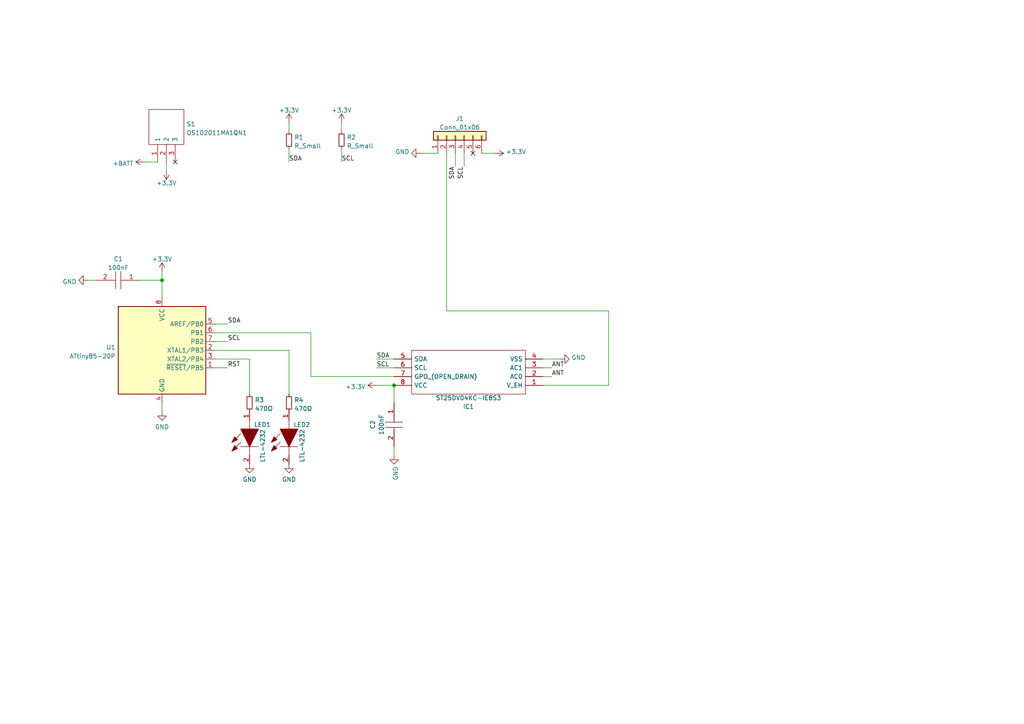
<source format=kicad_sch>
(kicad_sch (version 20211123) (generator eeschema)
  (paper "A4")
  (lib_symbols
    (symbol "Connector_Generic:Conn_01x06" (pin_names (offset 1.016) hide)
      (property "Reference" "J" (at 0 7.62 0))
      (property "Value" "Conn_01x06" (at 0 -10.16 0))
      (symbol "Conn_01x06_1_1"
        (rectangle (start -1.27 -7.493) (end 0 -7.747) (stroke (width 0.1524)))
        (rectangle (start -1.27 -4.953) (end 0 -5.207) (stroke (width 0.1524)))
        (rectangle (start -1.27 -2.413) (end 0 -2.667) (stroke (width 0.1524)))
        (rectangle (start -1.27 0.127) (end 0 -0.127) (stroke (width 0.1524)))
        (rectangle (start -1.27 2.667) (end 0 2.413) (stroke (width 0.1524)))
        (rectangle (start -1.27 5.207) (end 0 4.953) (stroke (width 0.1524)))
        (rectangle (start -1.27 6.35) (end 1.27 -8.89) (stroke (width 0.254)) (fill (type background)))
        (pin passive line (at -5.08 5.08 0) (length 3.81) (name "Pin_1") (number "1"))
        (pin passive line (at -5.08 2.54 0) (length 3.81) (name "Pin_2") (number "2"))
        (pin passive line (at -5.08 0 0) (length 3.81) (name "Pin_3") (number "3"))
        (pin passive line (at -5.08 -2.54 0) (length 3.81) (name "Pin_4") (number "4"))
        (pin passive line (at -5.08 -5.08 0) (length 3.81) (name "Pin_5") (number "5"))
        (pin passive line (at -5.08 -7.62 0) (length 3.81) (name "Pin_6") (number "6"))
      )
    )
    (symbol "Device:R_Small" (pin_numbers hide) (pin_names (offset 0.254) hide)
      (property "Reference" "R" (at 0.762 0.508 0))
      (property "Value" "R_Small" (at 0.762 -1.016 0))
      (symbol "R_Small_0_1"
        (rectangle (start -0.762 1.778) (end 0.762 -1.778) (stroke (width 0.2032)))
      )
      (symbol "R_Small_1_1"
        (pin passive line (at 0 2.54 270) (length 0.762) (name "~") (number "1"))
        (pin passive line (at 0 -2.54 90) (length 0.762) (name "~") (number "2"))
      )
    )
    (symbol "K104K15X7RF5TH5:K104K15X7RF5TH5" (pin_names (offset 0.762))
      (property "Reference" "C" (at 8.89 6.35 0))
      (property "Value" "K104K15X7RF5TH5" (at 8.89 3.81 0))
      (symbol "K104K15X7RF5TH5_0_0"
        (pin passive line (at 0 0 0) (length 5.08) (name "~") (number "1"))
        (pin passive line (at 12.7 0 180) (length 5.08) (name "~") (number "2"))
      )
      (symbol "K104K15X7RF5TH5_0_1"
        (polyline (pts (xy 5.08 0) (xy 5.588 0)) (stroke (width 0.1524)))
        (polyline (pts (xy 5.588 2.54) (xy 5.588 -2.54)) (stroke (width 0.1524)))
        (polyline (pts (xy 7.112 0) (xy 7.62 0)) (stroke (width 0.1524)))
        (polyline (pts (xy 7.112 2.54) (xy 7.112 -2.54)) (stroke (width 0.1524)))
      )
    )
    (symbol "LTL-4232:LTL-4232" (pin_names (offset 0.762))
      (property "Reference" "LED" (at 12.7 8.89 0))
      (property "Value" "LTL-4232" (at 12.7 6.35 0))
      (symbol "LTL-4232_0_0"
        (pin passive line (at 15.24 0 180) (length 2.54) (name "~") (number "1"))
        (pin passive line (at 0 0 0) (length 2.54) (name "~") (number "2"))
      )
      (symbol "LTL-4232_0_1"
        (polyline (pts (xy 2.54 0) (xy 5.08 0)) (stroke (width 0.1524)))
        (polyline (pts (xy 5.08 2.54) (xy 5.08 -2.54)) (stroke (width 0.1524)))
        (polyline (pts (xy 6.35 2.54) (xy 3.81 5.08)) (stroke (width 0.1524)))
        (polyline (pts (xy 8.89 2.54) (xy 6.35 5.08)) (stroke (width 0.1524)))
        (polyline (pts (xy 10.16 0) (xy 12.7 0)) (stroke (width 0.1524)))
        (polyline (pts (xy 5.08 0) (xy 10.16 2.54) (xy 10.16 -2.54) (xy 5.08 0)) (stroke (width 0.254)) (fill (type outline)))
        (polyline (pts (xy 5.334 4.318) (xy 4.572 3.556) (xy 3.81 5.08) (xy 5.334 4.318)) (stroke (width 0.254)) (fill (type outline)))
        (polyline (pts (xy 7.874 4.318) (xy 7.112 3.556) (xy 6.35 5.08) (xy 7.874 4.318)) (stroke (width 0.254)) (fill (type outline)))
      )
    )
    (symbol "MCU_Microchip_ATtiny:ATtiny85-20P"
      (property "Reference" "U" (at -12.7 13.97 0))
      (property "Value" "ATtiny85-20P" (at 2.54 -13.97 0))
      (symbol "ATtiny85-20P_0_1"
        (rectangle (start -12.7 -12.7) (end 12.7 12.7) (stroke (width 0.254)) (fill (type background)))
      )
      (symbol "ATtiny85-20P_1_1"
        (pin bidirectional line (at 15.24 -5.08 180) (length 2.54) (name "~{RESET}/PB5") (number "1"))
        (pin bidirectional line (at 15.24 0 180) (length 2.54) (name "XTAL1/PB3") (number "2"))
        (pin bidirectional line (at 15.24 -2.54 180) (length 2.54) (name "XTAL2/PB4") (number "3"))
        (pin power_in line (at 0 -15.24 90) (length 2.54) (name "GND") (number "4"))
        (pin bidirectional line (at 15.24 7.62 180) (length 2.54) (name "AREF/PB0") (number "5"))
        (pin bidirectional line (at 15.24 5.08 180) (length 2.54) (name "PB1") (number "6"))
        (pin bidirectional line (at 15.24 2.54 180) (length 2.54) (name "PB2") (number "7"))
        (pin power_in line (at 0 15.24 270) (length 2.54) (name "VCC") (number "8"))
      )
    )
    (symbol "OS102011MA1QN1:OS102011MA1QN1" (pin_names (offset 0.762))
      (property "Reference" "S" (at 8.89 20.32 0))
      (property "Value" "OS102011MA1QN1" (at 8.89 17.78 0))
      (symbol "OS102011MA1QN1_0_0"
        (pin passive line (at 0 0 90) (length 5.08) (name "1") (number "1"))
        (pin passive line (at 2.54 0 90) (length 5.08) (name "2") (number "2"))
        (pin passive line (at 5.08 0 90) (length 5.08) (name "3") (number "3"))
      )
      (symbol "OS102011MA1QN1_0_1"
        (polyline (pts (xy -2.54 15.24) (xy 7.62 15.24) (xy 7.62 5.08) (xy -2.54 5.08) (xy -2.54 15.24)) (stroke (width 0.1524)))
      )
    )
    (symbol "ST25DV04KC-IE8S3:ST25DV04KC-IE8S3" (pin_names (offset 0.762))
      (property "Reference" "IC" (at 39.37 7.62 0))
      (property "Value" "ST25DV04KC-IE8S3" (at 39.37 5.08 0))
      (symbol "ST25DV04KC-IE8S3_0_0"
        (pin passive line (at 0 0 0) (length 5.08) (name "V_EH") (number "1"))
        (pin passive line (at 0 -2.54 0) (length 5.08) (name "AC0") (number "2"))
        (pin passive line (at 0 -5.08 0) (length 5.08) (name "AC1") (number "3"))
        (pin passive line (at 0 -7.62 0) (length 5.08) (name "VSS") (number "4"))
        (pin passive line (at 43.18 -7.62 180) (length 5.08) (name "SDA") (number "5"))
        (pin passive line (at 43.18 -5.08 180) (length 5.08) (name "SCL") (number "6"))
        (pin passive line (at 43.18 -2.54 180) (length 5.08) (name "GPO_(OPEN_DRAIN)") (number "7"))
        (pin passive line (at 43.18 0 180) (length 5.08) (name "VCC") (number "8"))
      )
      (symbol "ST25DV04KC-IE8S3_0_1"
        (polyline (pts (xy 5.08 2.54) (xy 38.1 2.54) (xy 38.1 -10.16) (xy 5.08 -10.16) (xy 5.08 2.54)) (stroke (width 0.1524)))
      )
    )
    (symbol "power:+3.3V" (power) (pin_names (offset 0))
      (property "Value" "+3.3V" (at 0 3.556 0))
      (symbol "+3.3V_0_1"
        (polyline (pts (xy -0.762 1.27) (xy 0 2.54)))
        (polyline (pts (xy 0 0) (xy 0 2.54)))
        (polyline (pts (xy 0 2.54) (xy 0.762 1.27)))
      )
      (symbol "+3.3V_1_1"
        (pin power_in line (at 0 0 90) (length 0) hide (name "+3.3V") (number "1"))
      )
    )
    (symbol "power:+BATT" (power) (pin_names (offset 0))
      (property "Value" "+BATT" (at 0 3.556 0))
      (symbol "+BATT_0_1"
        (polyline (pts (xy -0.762 1.27) (xy 0 2.54)))
        (polyline (pts (xy 0 0) (xy 0 2.54)))
        (polyline (pts (xy 0 2.54) (xy 0.762 1.27)))
      )
      (symbol "+BATT_1_1"
        (pin power_in line (at 0 0 90) (length 0) hide (name "+BATT") (number "1"))
      )
    )
    (symbol "power:GND" (power) (pin_names (offset 0))
      (property "Value" "GND" (at 0 -3.81 0))
      (symbol "GND_0_1"
        (polyline (pts (xy 0 0) (xy 0 -1.27) (xy 1.27 -1.27) (xy 0 -2.54) (xy -1.27 -1.27) (xy 0 -1.27)))
      )
      (symbol "GND_1_1"
        (pin power_in line (at 0 0 270) (length 0) hide (name "GND") (number "1"))
      )
    )
  )
  (junction (at 46.99 81.28))
  (junction (at 114.3 111.76))
  (no_connect (at 137.16 44.45))
  (no_connect (at 50.8 46.99))
  (wire (pts (xy 139.7 44.45) (xy 143.51 44.45)))
  (wire (pts (xy 83.82 35.56) (xy 83.82 38.1)))
  (wire (pts (xy 114.3 109.22) (xy 90.17 109.22)))
  (wire (pts (xy 46.99 78.74) (xy 46.99 81.28)))
  (wire (pts (xy 62.23 96.52) (xy 90.17 96.52)))
  (wire (pts (xy 72.39 104.14) (xy 62.23 104.14)))
  (wire (pts (xy 62.23 93.98) (xy 66.04 93.98)))
  (wire (pts (xy 157.48 106.68) (xy 160.02 106.68)))
  (wire (pts (xy 62.23 99.06) (xy 66.04 99.06)))
  (wire (pts (xy 132.08 44.45) (xy 132.08 48.26)))
  (wire (pts (xy 99.06 43.18) (xy 99.06 46.99)))
  (wire (pts (xy 62.23 106.68) (xy 66.04 106.68)))
  (wire (pts (xy 134.62 44.45) (xy 134.62 48.26)))
  (wire (pts (xy 157.48 111.76) (xy 176.53 111.76)))
  (wire (pts (xy 83.82 101.6) (xy 83.82 114.3)))
  (wire (pts (xy 176.53 111.76) (xy 176.53 90.17)))
  (wire (pts (xy 114.3 132.08) (xy 114.3 129.54)))
  (wire (pts (xy 62.23 101.6) (xy 83.82 101.6)))
  (wire (pts (xy 46.99 81.28) (xy 46.99 86.36)))
  (wire (pts (xy 72.39 104.14) (xy 72.39 114.3)))
  (wire (pts (xy 157.48 109.22) (xy 160.02 109.22)))
  (wire (pts (xy 99.06 35.56) (xy 99.06 38.1)))
  (wire (pts (xy 90.17 96.52) (xy 90.17 109.22)))
  (wire (pts (xy 109.22 111.76) (xy 114.3 111.76)))
  (wire (pts (xy 48.26 46.99) (xy 48.26 49.53)))
  (wire (pts (xy 114.3 111.76) (xy 114.3 116.84)))
  (wire (pts (xy 121.92 44.45) (xy 127 44.45)))
  (wire (pts (xy 46.99 116.84) (xy 46.99 119.38)))
  (wire (pts (xy 109.22 104.14) (xy 114.3 104.14)))
  (wire (pts (xy 109.22 106.68) (xy 114.3 106.68)))
  (wire (pts (xy 41.91 46.99) (xy 45.72 46.99)))
  (wire (pts (xy 40.64 81.28) (xy 46.99 81.28)))
  (wire (pts (xy 83.82 43.18) (xy 83.82 46.99)))
  (wire (pts (xy 25.4 81.28) (xy 27.94 81.28)))
  (wire (pts (xy 129.54 44.45) (xy 129.54 90.17)))
  (wire (pts (xy 157.48 104.14) (xy 162.56 104.14)))
  (wire (pts (xy 176.53 90.17) (xy 129.54 90.17)))
  (label "ANT" (at 160.02 109.22 0))
  (label "SDA" (at 66.04 93.98 0))
  (label "SCL" (at 99.06 46.99 0))
  (label "SCL" (at 134.62 48.26 270))
  (label "SCL" (at 66.04 99.06 0))
  (label "SDA" (at 83.82 46.99 0))
  (label "SDA" (at 132.08 48.26 270))
  (label "SCL" (at 109.22 106.68 0))
  (label "RST" (at 66.04 106.68 0))
  (label "ANT" (at 160.02 106.68 0))
  (label "SDA" (at 109.22 104.14 0))
  (symbol (lib_id "power:+3.3V") (at 48.26 49.53 180) (unit 1)
    (property "Reference" "#PWR0102" (effects hide))
    (property "Value" "+3.3V" (at 48.26 53.1058 0))
  )
  (symbol (lib_id "OS102011MA1QN1:OS102011MA1QN1") (at 45.72 46.99 0) (unit 1)
    (property "Reference" "S1" (at 54.0512 35.9953 0) (effects (justify left)))
    (property "Value" "OS102011MA1QN1" (at 54.0512 38.5322 0) (effects (justify left)))
    (property "Footprint" "third-party-schematics:OS102011MA1QN1" (effects hide))
    (property "Datasheet" "http://www.ckswitches.com/media/1428/os.pdf" (effects hide))
    (property "Description" "Switch Slide Right Angle SPDT 0.1A 12VDC Through Hole Slide Switch SPDT On-On 0.1 A@ 12 V dc Slide" (effects hide))
    (property "Mouser Part Number" "611-OS102011MA1QN1" (effects hide))
    (property "Mouser Price/Stock" "https://www.mouser.com/ProductDetail/CK/OS102011MA1QN1?qs=WtljUlYws5R6MUgHcLkz4w%3D%3D" (effects hide))
    (property "Manufacturer_Name" "C & K COMPONENTS" (effects hide))
    (property "Manufacturer_Part_Number" "OS102011MA1QN1" (effects hide))
  )
  (symbol (lib_id "LTL-4232:LTL-4232") (at 83.82 134.62 90) (unit 1)
    (property "Reference" "LED2" (at 85.09 123.19 90) (effects (justify right)))
    (property "Value" "LTL-4232" (at 87.63 124.46 0) (effects (justify right)))
    (property "Footprint" "third-party-schematics:LTL4232" (effects hide))
    (property "Datasheet" "https://media.digikey.com/pdf/Data%20Sheets/Lite-On%20PDFs/LTL-42x1,42x2.pdf" (effects hide))
    (property "Description" "Standard LEDs - Through Hole Green Transparent" (effects hide))
    (property "Height" "6.55" (effects hide))
    (property "Mouser Part Number" "859-LTL-4232" (effects hide))
    (property "Mouser Price/Stock" "https://www.mouser.co.uk/ProductDetail/Lite-On/LTL-4232/?qs=ijkchSGtXvudgNIHgFP9yg%3D%3D" (effects hide))
    (property "Manufacturer_Name" "Lite-On" (effects hide))
    (property "Manufacturer_Part_Number" "LTL-4232" (effects hide))
  )
  (symbol (lib_id "Device:R_Small") (at 99.06 40.64 0) (unit 1)
    (property "Reference" "R2" (at 100.5586 39.8053 0) (effects (justify left)))
    (property "Value" "R_Small" (at 100.5586 42.3422 0) (effects (justify left)))
    (property "Footprint" "third-party-schematics:CFR-Resistor" (effects hide))
  )
  (symbol (lib_id "Device:R_Small") (at 83.82 116.84 0) (unit 1)
    (property "Reference" "R4" (at 85.3186 116.0053 0) (effects (justify left)))
    (property "Value" "470Ω" (at 85.3186 118.5422 0) (effects (justify left)))
    (property "Footprint" "third-party-schematics:CFR-Resistor" (effects hide))
  )
  (symbol (lib_id "power:+BATT") (at 41.91 46.99 90) (unit 1)
    (property "Reference" "#PWR0106" (effects hide))
    (property "Value" "+BATT" (at 38.735 47.4238 90) (effects (justify left)))
  )
  (symbol (lib_id "Connector_Generic:Conn_01x06") (at 132.08 39.37 90) (unit 1)
    (property "Reference" "J1" (at 133.35 34.4002 90))
    (property "Value" "Conn_01x06" (at 133.35 36.9371 90))
    (property "Footprint" "Connector_PinHeader_2.54mm:PinHeader_1x06_P2.54mm_Vertical" (effects hide))
  )
  (symbol (lib_id "power:GND") (at 72.39 134.62 0) (unit 1)
    (property "Reference" "#PWR0104" (effects hide))
    (property "Value" "GND" (at 72.39 139.0634 0))
  )
  (symbol (lib_id "power:GND") (at 46.99 119.38 0) (unit 1)
    (property "Reference" "#PWR0101" (effects hide))
    (property "Value" "GND" (at 46.99 123.8234 0))
  )
  (symbol (lib_id "power:+3.3V") (at 109.22 111.76 90) (unit 1)
    (property "Reference" "#PWR0113" (effects hide))
    (property "Value" "+3.3V" (at 106.045 112.1938 90) (effects (justify left)))
  )
  (symbol (lib_id "power:+3.3V") (at 46.99 78.74 0) (unit 1)
    (property "Reference" "#PWR0105" (effects hide))
    (property "Value" "+3.3V" (at 46.99 75.1642 0))
  )
  (symbol (lib_id "Device:R_Small") (at 83.82 40.64 0) (unit 1)
    (property "Reference" "R1" (at 85.3186 39.8053 0) (effects (justify left)))
    (property "Value" "R_Small" (at 85.3186 42.3422 0) (effects (justify left)))
    (property "Footprint" "third-party-schematics:CFR-Resistor" (effects hide))
  )
  (symbol (lib_id "power:GND") (at 83.82 134.62 0) (unit 1)
    (property "Reference" "#PWR0103" (effects hide))
    (property "Value" "GND" (at 83.82 139.0634 0))
  )
  (symbol (lib_id "power:+3.3V") (at 143.51 44.45 270) (unit 1)
    (property "Reference" "#PWR0111" (effects hide))
    (property "Value" "+3.3V" (at 146.685 44.0162 90) (effects (justify left)))
  )
  (symbol (lib_id "power:+3.3V") (at 99.06 35.56 0) (unit 1)
    (property "Reference" "#PWR0114" (effects hide))
    (property "Value" "+3.3V" (at 99.06 31.9842 0))
  )
  (symbol (lib_id "power:GND") (at 25.4 81.28 270) (unit 1)
    (property "Reference" "#PWR0108" (effects hide))
    (property "Value" "GND" (at 22.2251 81.7138 90) (effects (justify right)))
  )
  (symbol (lib_id "power:GND") (at 121.92 44.45 270) (unit 1)
    (property "Reference" "#PWR0112" (effects hide))
    (property "Value" "GND" (at 118.745 44.0162 90) (effects (justify right)))
  )
  (symbol (lib_id "K104K15X7RF5TH5:K104K15X7RF5TH5") (at 40.64 81.28 180) (unit 1)
    (property "Reference" "C1" (at 34.29 75.091 0))
    (property "Value" "100nF" (at 34.29 77.6279 0))
    (property "Footprint" "third-party-schematics:K104K15X7RF5TH5" (effects hide))
    (property "Datasheet" "https://www.vishay.com/docs/45171/kseries.pdf" (effects hide))
    (property "Description" "Vishay K104K15X7RF5TH5 100nF Multilayer Ceramic Capacitor MLCC 50V dc +/-10% Tolerance Through Hole" (effects hide))
    (property "Height" "6.6" (effects hide))
    (property "Mouser Part Number" "594-K104K15X7RF5TH5" (effects hide))
    (property "Mouser Price/Stock" "https://www.mouser.co.uk/ProductDetail/Vishay-BC-Components/K104K15X7RF5TH5?qs=CuWZN%2F5Vbiofhf%252BuZNGw%2Fg%3D%3D" (effects hide))
    (property "Manufacturer_Name" "Vishay" (effects hide))
    (property "Manufacturer_Part_Number" "K104K15X7RF5TH5" (effects hide))
  )
  (symbol (lib_id "MCU_Microchip_ATtiny:ATtiny85-20P") (at 46.99 101.6 0) (unit 1)
    (property "Reference" "U1" (at 33.528 100.7653 0) (effects (justify right)))
    (property "Value" "ATtiny85-20P" (at 33.528 103.3022 0) (effects (justify right)))
    (property "Footprint" "Package_DIP:DIP-8_W7.62mm" (effects hide))
    (property "Datasheet" "http://ww1.microchip.com/downloads/en/DeviceDoc/atmel-2586-avr-8-bit-microcontroller-attiny25-attiny45-attiny85_datasheet.pdf" (effects hide))
  )
  (symbol (lib_id "Device:R_Small") (at 72.39 116.84 0) (unit 1)
    (property "Reference" "R3" (at 73.8886 116.0053 0) (effects (justify left)))
    (property "Value" "470Ω" (at 73.8886 118.5422 0) (effects (justify left)))
    (property "Footprint" "third-party-schematics:CFR-Resistor" (effects hide))
  )
  (symbol (lib_id "K104K15X7RF5TH5:K104K15X7RF5TH5") (at 114.3 116.84 270) (unit 1)
    (property "Reference" "C2" (at 108.111 123.19 0))
    (property "Value" "100nF" (at 110.6479 123.19 0))
    (property "Footprint" "third-party-schematics:K104K15X7RF5TH5" (effects hide))
    (property "Datasheet" "https://www.vishay.com/docs/45171/kseries.pdf" (effects hide))
    (property "Description" "Vishay K104K15X7RF5TH5 100nF Multilayer Ceramic Capacitor MLCC 50V dc +/-10% Tolerance Through Hole" (effects hide))
    (property "Height" "6.6" (effects hide))
    (property "Mouser Part Number" "594-K104K15X7RF5TH5" (effects hide))
    (property "Mouser Price/Stock" "https://www.mouser.co.uk/ProductDetail/Vishay-BC-Components/K104K15X7RF5TH5?qs=CuWZN%2F5Vbiofhf%252BuZNGw%2Fg%3D%3D" (effects hide))
    (property "Manufacturer_Name" "Vishay" (effects hide))
    (property "Manufacturer_Part_Number" "K104K15X7RF5TH5" (effects hide))
  )
  (symbol (lib_id "power:+3.3V") (at 83.82 35.56 0) (unit 1)
    (property "Reference" "#PWR0107" (effects hide))
    (property "Value" "+3.3V" (at 83.82 31.9842 0))
  )
  (symbol (lib_id "ST25DV04KC-IE8S3:ST25DV04KC-IE8S3") (at 157.48 111.76 180) (unit 1)
    (property "Reference" "IC1" (at 135.89 117.949 0))
    (property "Value" "ST25DV04KC-IE8S3" (at 135.89 115.4121 0))
    (property "Footprint" "third-party-schematics:SOIC127P600X175-8N" (effects hide))
    (property "Datasheet" "https://www.st.com/resource/en/datasheet/st25dv04kc.pdf" (effects hide))
    (property "Description" "Dynamic NFC/RFID tag IC with 4-Kbit EEPROM, and fast transfer mode capability" (effects hide))
    (property "Height" "1.75" (effects hide))
    (property "Mouser Part Number" "511-ST25DV04KC-IE8S3" (effects hide))
    (property "Mouser Price/Stock" "https://www.mouser.com/ProductDetail/STMicroelectronics/ST25DV04KC-IE8S3?qs=QNEnbhJQKvbdcU8cigvyiw%3D%3D" (effects hide))
    (property "Manufacturer_Name" "STMicroelectronics" (effects hide))
    (property "Manufacturer_Part_Number" "ST25DV04KC-IE8S3" (effects hide))
  )
  (symbol (lib_id "LTL-4232:LTL-4232") (at 72.39 134.62 90) (unit 1)
    (property "Reference" "LED1" (at 73.66 123.19 90) (effects (justify right)))
    (property "Value" "LTL-4232" (at 76.2 124.46 0) (effects (justify right)))
    (property "Footprint" "third-party-schematics:LTL4232" (effects hide))
    (property "Datasheet" "https://media.digikey.com/pdf/Data%20Sheets/Lite-On%20PDFs/LTL-42x1,42x2.pdf" (effects hide))
    (property "Description" "Standard LEDs - Through Hole Green Transparent" (effects hide))
    (property "Height" "6.55" (effects hide))
    (property "Mouser Part Number" "859-LTL-4232" (effects hide))
    (property "Mouser Price/Stock" "https://www.mouser.co.uk/ProductDetail/Lite-On/LTL-4232/?qs=ijkchSGtXvudgNIHgFP9yg%3D%3D" (effects hide))
    (property "Manufacturer_Name" "Lite-On" (effects hide))
    (property "Manufacturer_Part_Number" "LTL-4232" (effects hide))
  )
  (symbol (lib_id "power:GND") (at 114.3 132.08 0) (unit 1)
    (property "Reference" "#PWR0110" (effects hide))
    (property "Value" "GND" (at 114.7338 135.2549 90) (effects (justify right)))
  )
  (symbol (lib_id "power:GND") (at 162.56 104.14 90) (unit 1)
    (property "Reference" "#PWR0109" (effects hide))
    (property "Value" "GND" (at 165.7349 103.7062 90) (effects (justify right)))
  )
)
</source>
